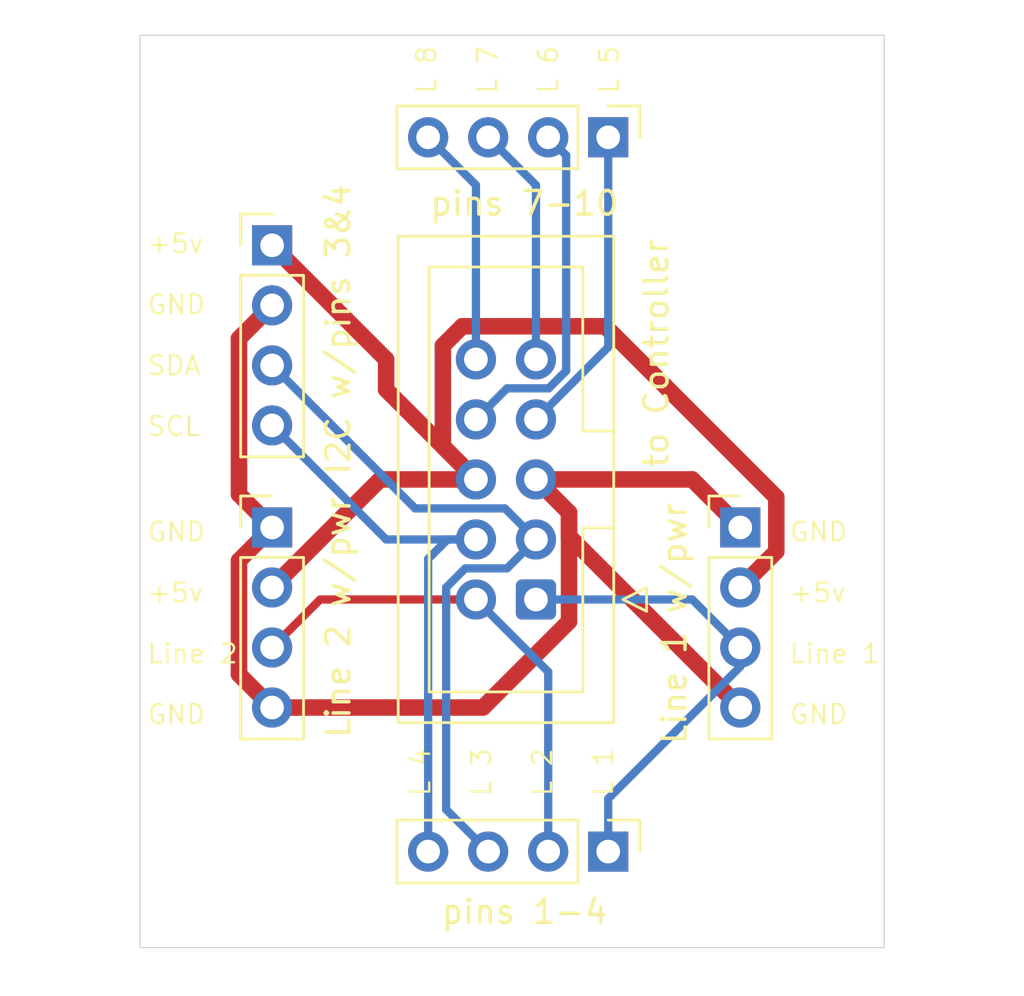
<source format=kicad_pcb>
(kicad_pcb (version 20221018) (generator pcbnew)
  (layers (0 "F.Cu" signal "Top") (31 "B.Cu" signal "Bottom") (34 "B.Paste" user) (35 "F.Paste" user) (36 "B.SilkS" user "B.Silkscreen") (37 "F.SilkS" user "F.Silkscreen") (38 "B.Mask" user) (39 "F.Mask" user) (44 "Edge.Cuts" user))
  (net 0 "")
  (net 1 "+5v")
  (net 2 "GND")
  (net 3 "Line1")
  (net 4 "Line2")
  (net 5 "Line3")
  (net 6 "Line4")
  (net 7 "Line5")
  (net 8 "Line6")
  (net 9 "Line7")
  (net 10 "Line8")
  (footprint "MountingHole:MountingHole_3.2mm_M3" (layer "F.Cu") (at 162.052 111.506)
    (fp_text reference "REF**")
    (fp_text value "MountingHole_3.2mm_M3")
    (pad "" np_thru_hole circle (at 0 0) (size 3.2 3.2) (drill 3.2) (layers "*.Cu" "*.Mask"))
    (pad "" np_thru_hole circle (at 0 0) (size 3.2 3.2) (drill 3.2) (layers "*.Cu" "*.Mask"))
  )
  (footprint "Connector_PinHeader_2.54mm:PinHeader_1x04_P2.54mm_Vertical" (layer "F.Cu") (at 139.7 97.282)
    (fp_text reference "J2")
    (fp_text value "PinHeader_1x04_P2.54mm_Vertical")
    (fp_text user "Line 2 w/pwr" (at 2.794 3.8 90) (layer "F.SilkS"))
    (fp_line (start -1.33 -1.33) (end 0 -1.33) (stroke (width 0.12)) (layer "F.SilkS"))
    (fp_line (start -1.33 0) (end -1.33 -1.33) (stroke (width 0.12)) (layer "F.SilkS"))
    (fp_line (start -1.33 1.27) (end -1.33 8.95) (stroke (width 0.12)) (layer "F.SilkS"))
    (fp_line (start -1.33 1.27) (end 1.33 1.27) (stroke (width 0.12)) (layer "F.SilkS"))
    (fp_line (start -1.33 8.95) (end 1.33 8.95) (stroke (width 0.12)) (layer "F.SilkS"))
    (fp_line (start 1.33 1.27) (end 1.33 8.95) (stroke (width 0.12)) (layer "F.SilkS"))
    (pad "1" thru_hole rect (at 0 0) (size 1.7 1.7) (drill 1) (layers "*.Cu" "*.Mask") (net 2 "GND"))
    (pad "2" thru_hole oval (at 0 2.54) (size 1.7 1.7) (drill 1) (layers "*.Cu" "*.Mask") (net 1 "+5v"))
    (pad "3" thru_hole oval (at 0 5.08) (size 1.7 1.7) (drill 1) (layers "*.Cu" "*.Mask") (net 4 "Line2"))
    (pad "4" thru_hole oval (at 0 7.62) (size 1.7 1.7) (drill 1) (layers "*.Cu" "*.Mask") (net 2 "GND"))
  )
  (footprint "Connector_PinHeader_2.54mm:PinHeader_1x04_P2.54mm_Vertical" (layer "F.Cu") (at 153.924 80.772 -90)
    (fp_text reference "J4")
    (fp_text value "PinHeader_1x04_P2.54mm_Vertical")
    (fp_text user "pins 7-10" (at 2.794 3.546) (layer "F.SilkS"))
    (fp_line (start -1.33 -1.33) (end 0 -1.33) (stroke (width 0.12)) (layer "F.SilkS"))
    (fp_line (start -1.33 0) (end -1.33 -1.33) (stroke (width 0.12)) (layer "F.SilkS"))
    (fp_line (start -1.33 1.27) (end -1.33 8.95) (stroke (width 0.12)) (layer "F.SilkS"))
    (fp_line (start -1.33 1.27) (end 1.33 1.27) (stroke (width 0.12)) (layer "F.SilkS"))
    (fp_line (start -1.33 8.95) (end 1.33 8.95) (stroke (width 0.12)) (layer "F.SilkS"))
    (fp_line (start 1.33 1.27) (end 1.33 8.95) (stroke (width 0.12)) (layer "F.SilkS"))
    (pad "1" thru_hole rect (at 0 0 270) (size 1.7 1.7) (drill 1) (layers "*.Cu" "*.Mask") (net 7 "Line5"))
    (pad "2" thru_hole oval (at 0 2.54 270) (size 1.7 1.7) (drill 1) (layers "*.Cu" "*.Mask") (net 8 "Line6"))
    (pad "3" thru_hole oval (at 0 5.08 270) (size 1.7 1.7) (drill 1) (layers "*.Cu" "*.Mask") (net 9 "Line7"))
    (pad "4" thru_hole oval (at 0 7.62 270) (size 1.7 1.7) (drill 1) (layers "*.Cu" "*.Mask") (net 10 "Line8"))
  )
  (footprint "Connector_IDC:IDC-Header_2x05_P2.54mm_Vertical" (layer "F.Cu") (at 150.8665 100.33 180)
    (fp_text reference "S1")
    (fp_text value "Conn_02x05_Odd_Even")
    (fp_text user "to Controller" (at -5.0895 10.414 90) (layer "F.SilkS"))
    (fp_line (start -4.68 -0.5) (end -4.68 0.5) (stroke (width 0.12)) (layer "F.SilkS"))
    (fp_line (start -4.68 0.5) (end -3.68 0) (stroke (width 0.12)) (layer "F.SilkS"))
    (fp_line (start -3.68 0) (end -4.68 -0.5) (stroke (width 0.12)) (layer "F.SilkS"))
    (fp_line (start -3.29 -5.21) (end 5.83 -5.21) (stroke (width 0.12)) (layer "F.SilkS"))
    (fp_line (start -3.29 3.03) (end -1.98 3.03) (stroke (width 0.12)) (layer "F.SilkS"))
    (fp_line (start -3.29 15.37) (end -3.29 -5.21) (stroke (width 0.12)) (layer "F.SilkS"))
    (fp_line (start -1.98 -3.91) (end 4.52 -3.91) (stroke (width 0.12)) (layer "F.SilkS"))
    (fp_line (start -1.98 3.03) (end -1.98 -3.91) (stroke (width 0.12)) (layer "F.SilkS"))
    (fp_line (start -1.98 7.13) (end -3.29 7.13) (stroke (width 0.12)) (layer "F.SilkS"))
    (fp_line (start -1.98 7.13) (end -1.98 7.13) (stroke (width 0.12)) (layer "F.SilkS"))
    (fp_line (start -1.98 14.07) (end -1.98 7.13) (stroke (width 0.12)) (layer "F.SilkS"))
    (fp_line (start 4.52 -3.91) (end 4.52 14.07) (stroke (width 0.12)) (layer "F.SilkS"))
    (fp_line (start 4.52 14.07) (end -1.98 14.07) (stroke (width 0.12)) (layer "F.SilkS"))
    (fp_line (start 5.83 -5.21) (end 5.83 15.37) (stroke (width 0.12)) (layer "F.SilkS"))
    (fp_line (start 5.83 15.37) (end -3.29 15.37) (stroke (width 0.12)) (layer "F.SilkS"))
    (pad "1" thru_hole roundrect (at 0 0 180) (size 1.7 1.7) (drill 1) (layers "*.Cu" "*.Mask") (roundrect_rratio 0.1470588235) (net 3 "Line1"))
    (pad "2" thru_hole circle (at 2.54 0 180) (size 1.7 1.7) (drill 1) (layers "*.Cu" "*.Mask") (net 4 "Line2"))
    (pad "3" thru_hole circle (at 0 2.54 180) (size 1.7 1.7) (drill 1) (layers "*.Cu" "*.Mask") (net 5 "Line3"))
    (pad "4" thru_hole circle (at 2.54 2.54 180) (size 1.7 1.7) (drill 1) (layers "*.Cu" "*.Mask") (net 6 "Line4"))
    (pad "5" thru_hole circle (at 0 5.08 180) (size 1.7 1.7) (drill 1) (layers "*.Cu" "*.Mask") (net 2 "GND"))
    (pad "6" thru_hole circle (at 2.54 5.08 180) (size 1.7 1.7) (drill 1) (layers "*.Cu" "*.Mask") (net 1 "+5v"))
    (pad "7" thru_hole circle (at 0 7.62 180) (size 1.7 1.7) (drill 1) (layers "*.Cu" "*.Mask") (net 7 "Line5"))
    (pad "8" thru_hole circle (at 2.54 7.62 180) (size 1.7 1.7) (drill 1) (layers "*.Cu" "*.Mask") (net 8 "Line6"))
    (pad "9" thru_hole circle (at 0 10.16 180) (size 1.7 1.7) (drill 1) (layers "*.Cu" "*.Mask") (net 9 "Line7"))
    (pad "10" thru_hole circle (at 2.54 10.16 180) (size 1.7 1.7) (drill 1) (layers "*.Cu" "*.Mask") (net 10 "Line8"))
  )
  (footprint "Connector_PinHeader_2.54mm:PinHeader_1x04_P2.54mm_Vertical" (layer "F.Cu") (at 159.512 97.282)
    (fp_text reference "J1")
    (fp_text value "PinHeader_1x04_P2.54mm_Vertical")
    (fp_text user "Line 1 w/pwr" (at -2.794 4.064 90) (layer "F.SilkS"))
    (fp_line (start -1.33 -1.33) (end 0 -1.33) (stroke (width 0.12)) (layer "F.SilkS"))
    (fp_line (start -1.33 0) (end -1.33 -1.33) (stroke (width 0.12)) (layer "F.SilkS"))
    (fp_line (start -1.33 1.27) (end -1.33 8.95) (stroke (width 0.12)) (layer "F.SilkS"))
    (fp_line (start -1.33 1.27) (end 1.33 1.27) (stroke (width 0.12)) (layer "F.SilkS"))
    (fp_line (start -1.33 8.95) (end 1.33 8.95) (stroke (width 0.12)) (layer "F.SilkS"))
    (fp_line (start 1.33 1.27) (end 1.33 8.95) (stroke (width 0.12)) (layer "F.SilkS"))
    (pad "1" thru_hole rect (at 0 0) (size 1.7 1.7) (drill 1) (layers "*.Cu" "*.Mask") (net 2 "GND"))
    (pad "2" thru_hole oval (at 0 2.54) (size 1.7 1.7) (drill 1) (layers "*.Cu" "*.Mask") (net 1 "+5v"))
    (pad "3" thru_hole oval (at 0 5.08) (size 1.7 1.7) (drill 1) (layers "*.Cu" "*.Mask") (net 3 "Line1"))
    (pad "4" thru_hole oval (at 0 7.62) (size 1.7 1.7) (drill 1) (layers "*.Cu" "*.Mask") (net 2 "GND"))
  )
  (footprint "Connector_PinHeader_2.54mm:PinHeader_1x04_P2.54mm_Vertical" (layer "F.Cu") (at 139.7 85.344)
    (fp_text reference "J5")
    (fp_text value "PinHeader_1x04_P2.54mm_Vertical")
    (fp_text user "I2C w/pins 3&4" (at 2.794 3.556 90) (layer "F.SilkS"))
    (fp_line (start -1.33 -1.33) (end 0 -1.33) (stroke (width 0.12)) (layer "F.SilkS"))
    (fp_line (start -1.33 0) (end -1.33 -1.33) (stroke (width 0.12)) (layer "F.SilkS"))
    (fp_line (start -1.33 1.27) (end -1.33 8.95) (stroke (width 0.12)) (layer "F.SilkS"))
    (fp_line (start -1.33 1.27) (end 1.33 1.27) (stroke (width 0.12)) (layer "F.SilkS"))
    (fp_line (start -1.33 8.95) (end 1.33 8.95) (stroke (width 0.12)) (layer "F.SilkS"))
    (fp_line (start 1.33 1.27) (end 1.33 8.95) (stroke (width 0.12)) (layer "F.SilkS"))
    (pad "1" thru_hole rect (at 0 0) (size 1.7 1.7) (drill 1) (layers "*.Cu" "*.Mask") (net 1 "+5v"))
    (pad "2" thru_hole oval (at 0 2.54) (size 1.7 1.7) (drill 1) (layers "*.Cu" "*.Mask") (net 2 "GND"))
    (pad "3" thru_hole oval (at 0 5.08) (size 1.7 1.7) (drill 1) (layers "*.Cu" "*.Mask") (net 5 "Line3"))
    (pad "4" thru_hole oval (at 0 7.62) (size 1.7 1.7) (drill 1) (layers "*.Cu" "*.Mask") (net 6 "Line4"))
  )
  (footprint "MountingHole:MountingHole_3.2mm_M3" (layer "F.Cu") (at 162.052 80.01)
    (fp_text reference "REF**")
    (fp_text value "MountingHole_3.2mm_M3")
    (pad "" np_thru_hole circle (at 0 0) (size 3.2 3.2) (drill 3.2) (layers "*.Cu" "*.Mask"))
    (pad "" np_thru_hole circle (at 0 0) (size 3.2 3.2) (drill 3.2) (layers "*.Cu" "*.Mask"))
  )
  (footprint "MountingHole:MountingHole_3.2mm_M3" (layer "F.Cu") (at 137.668 80.01)
    (fp_text reference "REF**")
    (fp_text value "MountingHole_3.2mm_M3")
    (pad "" np_thru_hole circle (at 0 0) (size 3.2 3.2) (drill 3.2) (layers "*.Cu" "*.Mask"))
  )
  (footprint "MountingHole:MountingHole_3.2mm_M3" (layer "F.Cu") (at 137.668 111.506)
    (fp_text reference "REF**")
    (fp_text value "MountingHole_3.2mm_M3")
    (pad "" np_thru_hole circle (at 0 0) (size 3.2 3.2) (drill 3.2) (layers "*.Cu" "*.Mask"))
    (pad "" np_thru_hole circle (at 0 0) (size 3.2 3.2) (drill 3.2) (layers "*.Cu" "*.Mask"))
  )
  (footprint "Connector_PinHeader_2.54mm:PinHeader_1x04_P2.54mm_Vertical" (layer "F.Cu") (at 153.924 110.998 -90)
    (fp_text reference "J3")
    (fp_text value "PinHeader_1x04_P2.54mm_Vertical")
    (fp_text user "pins 1-4" (at 2.54 3.546) (layer "F.SilkS"))
    (fp_line (start -1.33 -1.33) (end 0 -1.33) (stroke (width 0.12)) (layer "F.SilkS"))
    (fp_line (start -1.33 0) (end -1.33 -1.33) (stroke (width 0.12)) (layer "F.SilkS"))
    (fp_line (start -1.33 1.27) (end -1.33 8.95) (stroke (width 0.12)) (layer "F.SilkS"))
    (fp_line (start -1.33 1.27) (end 1.33 1.27) (stroke (width 0.12)) (layer "F.SilkS"))
    (fp_line (start -1.33 8.95) (end 1.33 8.95) (stroke (width 0.12)) (layer "F.SilkS"))
    (fp_line (start 1.33 1.27) (end 1.33 8.95) (stroke (width 0.12)) (layer "F.SilkS"))
    (pad "1" thru_hole rect (at 0 0 270) (size 1.7 1.7) (drill 1) (layers "*.Cu" "*.Mask") (net 3 "Line1"))
    (pad "2" thru_hole oval (at 0 2.54 270) (size 1.7 1.7) (drill 1) (layers "*.Cu" "*.Mask") (net 4 "Line2"))
    (pad "3" thru_hole oval (at 0 5.08 270) (size 1.7 1.7) (drill 1) (layers "*.Cu" "*.Mask") (net 5 "Line3"))
    (pad "4" thru_hole oval (at 0 7.62 270) (size 1.7 1.7) (drill 1) (layers "*.Cu" "*.Mask") (net 6 "Line4"))
  )
  (gr_rect (start 134.112 76.454) (end 165.608 115.062) (stroke (width 0.05)) (fill none) (layer "Edge.Cuts"))
  (gr_text "L 8\n\nL 7\n\nL 6\n\nL 5" (at 154.432 78.994 90) (layer "F.SilkS") (effects (font (size 0.8 0.8) (thickness 0.1)) (justify left bottom)))
  (gr_text "GND\n\n+5v\n\nLine 1\n\nGND" (at 161.544 105.664) (layer "F.SilkS") (effects (font (size 0.8 0.8) (thickness 0.1)) (justify left bottom)))
  (gr_text "+5v\n\nGND\n\nSDA\n\nSCL" (at 134.366 93.472) (layer "F.SilkS") (effects (font (size 0.8 0.8) (thickness 0.1)) (justify left bottom)))
  (gr_text "L 4\n\nL 3\n\nL 2\n\nL 1" (at 154.178 108.712 90) (layer "F.SilkS") (effects (font (size 0.8 0.8) (thickness 0.1)) (justify left bottom)))
  (gr_text "GND\n\n+5v\n\nLine 2\n\nGND" (at 134.366 105.664) (layer "F.SilkS") (effects (font (size 0.8 0.8) (thickness 0.1)) (justify left bottom)))
  (segment (start 147.746601 88.77) (end 153.8 88.77) (width 0.7) (layer "F.Cu") (net 1))
  (segment (start 144.526 90.17) (end 139.7 85.344) (width 0.7) (layer "F.Cu") (net 1))
  (segment (start 148.3265 95.25) (end 144.526 91.4495) (width 0.7) (layer "F.Cu") (net 1))
  (segment (start 161.036 96.006) (end 161.036 98.298) (width 0.7) (layer "F.Cu") (net 1))
  (segment (start 153.8 88.77) (end 161.036 96.006) (width 0.7) (layer "F.Cu") (net 1))
  (segment (start 146.9265 93.85) (end 146.9265 89.590101) (width 0.7) (layer "F.Cu") (net 1))
  (segment (start 148.3265 95.25) (end 144.272 95.25) (width 0.7) (layer "F.Cu") (net 1))
  (segment (start 161.036 98.298) (end 159.512 99.822) (width 0.7) (layer "F.Cu") (net 1))
  (segment (start 144.526 91.4495) (end 144.526 90.17) (width 0.7) (layer "F.Cu") (net 1))
  (segment (start 144.272 95.25) (end 139.7 99.822) (width 0.7) (layer "F.Cu") (net 1))
  (segment (start 148.3265 95.25) (end 146.9265 93.85) (width 0.7) (layer "F.Cu") (net 1))
  (segment (start 146.9265 89.590101) (end 147.746601 88.77) (width 0.7) (layer "F.Cu") (net 1))
  (segment (start 148.625871 104.902) (end 139.7 104.902) (width 0.7) (layer "F.Cu") (net 2))
  (segment (start 150.8665 95.25) (end 152.2665 96.65) (width 0.7) (layer "F.Cu") (net 2))
  (segment (start 152.2665 96.65) (end 152.2665 97.6565) (width 0.7) (layer "F.Cu") (net 2))
  (segment (start 138.3 95.882) (end 138.3 89.284) (width 0.7) (layer "F.Cu") (net 2))
  (segment (start 152.2665 101.261371) (end 148.625871 104.902) (width 0.7) (layer "F.Cu") (net 2))
  (segment (start 157.48 95.25) (end 159.512 97.282) (width 0.7) (layer "F.Cu") (net 2))
  (segment (start 139.7 104.902) (end 138.3 103.502) (width 0.7) (layer "F.Cu") (net 2))
  (segment (start 138.3 103.502) (end 138.3 98.682) (width 0.7) (layer "F.Cu") (net 2))
  (segment (start 139.7 97.282) (end 138.3 95.882) (width 0.7) (layer "F.Cu") (net 2))
  (segment (start 138.3 89.284) (end 139.7 87.884) (width 0.7) (layer "F.Cu") (net 2))
  (segment (start 152.2665 97.6565) (end 159.512 104.902) (width 0.7) (layer "F.Cu") (net 2))
  (segment (start 138.3 98.682) (end 139.7 97.282) (width 0.7) (layer "F.Cu") (net 2))
  (segment (start 150.8665 95.25) (end 157.48 95.25) (width 0.7) (layer "F.Cu") (net 2))
  (segment (start 152.2665 96.65) (end 152.2665 101.261371) (width 0.7) (layer "F.Cu") (net 2))
  (segment (start 159.512 102.362) (end 159.512 103.169588) (width 0.35) (layer "B.Cu") (net 3))
  (segment (start 159.512 103.169588) (end 153.924 108.757588) (width 0.35) (layer "B.Cu") (net 3))
  (segment (start 150.8665 100.33) (end 157.48 100.33) (width 0.35) (layer "B.Cu") (net 3))
  (segment (start 153.924 108.757588) (end 153.924 110.998) (width 0.35) (layer "B.Cu") (net 3))
  (segment (start 157.48 100.33) (end 159.512 102.362) (width 0.35) (layer "B.Cu") (net 3))
  (segment (start 141.732 100.33) (end 139.7 102.362) (width 0.35) (layer "F.Cu") (net 4))
  (segment (start 148.3265 100.33) (end 141.732 100.33) (width 0.35) (layer "F.Cu") (net 4))
  (segment (start 151.384 103.3875) (end 148.3265 100.33) (width 0.35) (layer "B.Cu") (net 4))
  (segment (start 151.384 110.998) (end 151.384 103.3875) (width 0.35) (layer "B.Cu") (net 4))
  (segment (start 149.6415 99.015) (end 147.873 99.015) (width 0.35) (layer "B.Cu") (net 5))
  (segment (start 145.751 96.475) (end 139.7 90.424) (width 0.35) (layer "B.Cu") (net 5))
  (segment (start 150.8665 97.79) (end 149.6415 99.015) (width 0.35) (layer "B.Cu") (net 5))
  (segment (start 147.066 99.822) (end 147.066 109.22) (width 0.35) (layer "B.Cu") (net 5))
  (segment (start 147.066 109.22) (end 148.844 110.998) (width 0.35) (layer "B.Cu") (net 5))
  (segment (start 147.873 99.015) (end 147.066 99.822) (width 0.35) (layer "B.Cu") (net 5))
  (segment (start 150.8665 97.79) (end 149.5515 96.475) (width 0.35) (layer "B.Cu") (net 5))
  (segment (start 149.5515 96.475) (end 145.751 96.475) (width 0.35) (layer "B.Cu") (net 5))
  (segment (start 148.3265 97.79) (end 144.526 97.79) (width 0.35) (layer "B.Cu") (net 6))
  (segment (start 148.3265 97.79) (end 147.124419 97.79) (width 0.35) (layer "B.Cu") (net 6))
  (segment (start 144.526 97.79) (end 139.7 92.964) (width 0.35) (layer "B.Cu") (net 6))
  (segment (start 146.304 98.610419) (end 146.304 110.998) (width 0.35) (layer "B.Cu") (net 6))
  (segment (start 147.124419 97.79) (end 146.304 98.610419) (width 0.35) (layer "B.Cu") (net 6))
  (segment (start 150.8665 92.71) (end 153.924 89.6525) (width 0.35) (layer "B.Cu") (net 7))
  (segment (start 153.924 89.6525) (end 153.924 80.772) (width 0.35) (layer "B.Cu") (net 7))
  (segment (start 152.146 81.534) (end 151.384 80.772) (width 0.35) (layer "B.Cu") (net 8))
  (segment (start 152.146 90.652682) (end 152.146 81.534) (width 0.35) (layer "B.Cu") (net 8))
  (segment (start 151.403682 91.395) (end 152.146 90.652682) (width 0.35) (layer "B.Cu") (net 8))
  (segment (start 149.6415 91.395) (end 151.403682 91.395) (width 0.35) (layer "B.Cu") (net 8))
  (segment (start 148.3265 92.71) (end 149.6415 91.395) (width 0.35) (layer "B.Cu") (net 8))
  (segment (start 150.8665 82.7945) (end 148.844 80.772) (width 0.35) (layer "B.Cu") (net 9))
  (segment (start 150.8665 90.17) (end 150.8665 82.7945) (width 0.35) (layer "B.Cu") (net 9))
  (segment (start 148.3265 90.17) (end 148.3265 82.7945) (width 0.35) (layer "B.Cu") (net 10))
  (segment (start 148.3265 82.7945) (end 146.304 80.772) (width 0.35) (layer "B.Cu") (net 10))
)
</source>
